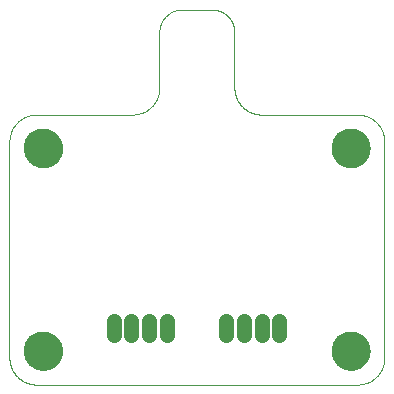
<source format=gbs>
G75*
%MOIN*%
%OFA0B0*%
%FSLAX25Y25*%
%IPPOS*%
%LPD*%
%AMOC8*
5,1,8,0,0,1.08239X$1,22.5*
%
%ADD10C,0.00000*%
%ADD11C,0.12998*%
%ADD12C,0.05156*%
D10*
X0009300Y0017556D02*
X0009300Y0089556D01*
X0009303Y0089773D01*
X0009311Y0089991D01*
X0009324Y0090208D01*
X0009342Y0090425D01*
X0009366Y0090641D01*
X0009394Y0090856D01*
X0009428Y0091071D01*
X0009468Y0091285D01*
X0009512Y0091498D01*
X0009562Y0091710D01*
X0009616Y0091920D01*
X0009676Y0092130D01*
X0009740Y0092337D01*
X0009810Y0092543D01*
X0009885Y0092747D01*
X0009964Y0092950D01*
X0010049Y0093150D01*
X0010138Y0093349D01*
X0010232Y0093545D01*
X0010331Y0093739D01*
X0010434Y0093930D01*
X0010542Y0094119D01*
X0010655Y0094305D01*
X0010772Y0094488D01*
X0010893Y0094669D01*
X0011019Y0094846D01*
X0011149Y0095020D01*
X0011283Y0095192D01*
X0011421Y0095360D01*
X0011563Y0095524D01*
X0011710Y0095685D01*
X0011860Y0095843D01*
X0012013Y0095996D01*
X0012171Y0096146D01*
X0012332Y0096293D01*
X0012496Y0096435D01*
X0012664Y0096573D01*
X0012836Y0096707D01*
X0013010Y0096837D01*
X0013187Y0096963D01*
X0013368Y0097084D01*
X0013551Y0097201D01*
X0013737Y0097314D01*
X0013926Y0097422D01*
X0014117Y0097525D01*
X0014311Y0097624D01*
X0014507Y0097718D01*
X0014706Y0097807D01*
X0014906Y0097892D01*
X0015109Y0097971D01*
X0015313Y0098046D01*
X0015519Y0098116D01*
X0015726Y0098180D01*
X0015936Y0098240D01*
X0016146Y0098294D01*
X0016358Y0098344D01*
X0016571Y0098388D01*
X0016785Y0098428D01*
X0017000Y0098462D01*
X0017215Y0098490D01*
X0017431Y0098514D01*
X0017648Y0098532D01*
X0017865Y0098545D01*
X0018083Y0098553D01*
X0018300Y0098556D01*
X0050300Y0098556D01*
X0050517Y0098559D01*
X0050735Y0098567D01*
X0050952Y0098580D01*
X0051169Y0098598D01*
X0051385Y0098622D01*
X0051600Y0098650D01*
X0051815Y0098684D01*
X0052029Y0098724D01*
X0052242Y0098768D01*
X0052454Y0098818D01*
X0052664Y0098872D01*
X0052874Y0098932D01*
X0053081Y0098996D01*
X0053287Y0099066D01*
X0053491Y0099141D01*
X0053694Y0099220D01*
X0053894Y0099305D01*
X0054093Y0099394D01*
X0054289Y0099488D01*
X0054483Y0099587D01*
X0054674Y0099690D01*
X0054863Y0099798D01*
X0055049Y0099911D01*
X0055232Y0100028D01*
X0055413Y0100149D01*
X0055590Y0100275D01*
X0055764Y0100405D01*
X0055936Y0100539D01*
X0056104Y0100677D01*
X0056268Y0100819D01*
X0056429Y0100966D01*
X0056587Y0101116D01*
X0056740Y0101269D01*
X0056890Y0101427D01*
X0057037Y0101588D01*
X0057179Y0101752D01*
X0057317Y0101920D01*
X0057451Y0102092D01*
X0057581Y0102266D01*
X0057707Y0102443D01*
X0057828Y0102624D01*
X0057945Y0102807D01*
X0058058Y0102993D01*
X0058166Y0103182D01*
X0058269Y0103373D01*
X0058368Y0103567D01*
X0058462Y0103763D01*
X0058551Y0103962D01*
X0058636Y0104162D01*
X0058715Y0104365D01*
X0058790Y0104569D01*
X0058860Y0104775D01*
X0058924Y0104982D01*
X0058984Y0105192D01*
X0059038Y0105402D01*
X0059088Y0105614D01*
X0059132Y0105827D01*
X0059172Y0106041D01*
X0059206Y0106256D01*
X0059234Y0106471D01*
X0059258Y0106687D01*
X0059276Y0106904D01*
X0059289Y0107121D01*
X0059297Y0107339D01*
X0059300Y0107556D01*
X0059300Y0126056D01*
X0059302Y0126237D01*
X0059309Y0126418D01*
X0059320Y0126599D01*
X0059335Y0126780D01*
X0059355Y0126960D01*
X0059379Y0127140D01*
X0059407Y0127319D01*
X0059440Y0127497D01*
X0059477Y0127674D01*
X0059518Y0127851D01*
X0059563Y0128026D01*
X0059613Y0128201D01*
X0059667Y0128374D01*
X0059725Y0128545D01*
X0059787Y0128716D01*
X0059854Y0128884D01*
X0059924Y0129051D01*
X0059998Y0129217D01*
X0060077Y0129380D01*
X0060159Y0129541D01*
X0060245Y0129701D01*
X0060335Y0129858D01*
X0060429Y0130013D01*
X0060526Y0130166D01*
X0060628Y0130316D01*
X0060732Y0130464D01*
X0060841Y0130610D01*
X0060952Y0130752D01*
X0061068Y0130892D01*
X0061186Y0131029D01*
X0061308Y0131164D01*
X0061433Y0131295D01*
X0061561Y0131423D01*
X0061692Y0131548D01*
X0061827Y0131670D01*
X0061964Y0131788D01*
X0062104Y0131904D01*
X0062246Y0132015D01*
X0062392Y0132124D01*
X0062540Y0132228D01*
X0062690Y0132330D01*
X0062843Y0132427D01*
X0062998Y0132521D01*
X0063155Y0132611D01*
X0063315Y0132697D01*
X0063476Y0132779D01*
X0063639Y0132858D01*
X0063805Y0132932D01*
X0063972Y0133002D01*
X0064140Y0133069D01*
X0064311Y0133131D01*
X0064482Y0133189D01*
X0064655Y0133243D01*
X0064830Y0133293D01*
X0065005Y0133338D01*
X0065182Y0133379D01*
X0065359Y0133416D01*
X0065537Y0133449D01*
X0065716Y0133477D01*
X0065896Y0133501D01*
X0066076Y0133521D01*
X0066257Y0133536D01*
X0066438Y0133547D01*
X0066619Y0133554D01*
X0066800Y0133556D01*
X0076800Y0133556D01*
X0076981Y0133554D01*
X0077162Y0133547D01*
X0077343Y0133536D01*
X0077524Y0133521D01*
X0077704Y0133501D01*
X0077884Y0133477D01*
X0078063Y0133449D01*
X0078241Y0133416D01*
X0078418Y0133379D01*
X0078595Y0133338D01*
X0078770Y0133293D01*
X0078945Y0133243D01*
X0079118Y0133189D01*
X0079289Y0133131D01*
X0079460Y0133069D01*
X0079628Y0133002D01*
X0079795Y0132932D01*
X0079961Y0132858D01*
X0080124Y0132779D01*
X0080285Y0132697D01*
X0080445Y0132611D01*
X0080602Y0132521D01*
X0080757Y0132427D01*
X0080910Y0132330D01*
X0081060Y0132228D01*
X0081208Y0132124D01*
X0081354Y0132015D01*
X0081496Y0131904D01*
X0081636Y0131788D01*
X0081773Y0131670D01*
X0081908Y0131548D01*
X0082039Y0131423D01*
X0082167Y0131295D01*
X0082292Y0131164D01*
X0082414Y0131029D01*
X0082532Y0130892D01*
X0082648Y0130752D01*
X0082759Y0130610D01*
X0082868Y0130464D01*
X0082972Y0130316D01*
X0083074Y0130166D01*
X0083171Y0130013D01*
X0083265Y0129858D01*
X0083355Y0129701D01*
X0083441Y0129541D01*
X0083523Y0129380D01*
X0083602Y0129217D01*
X0083676Y0129051D01*
X0083746Y0128884D01*
X0083813Y0128716D01*
X0083875Y0128545D01*
X0083933Y0128374D01*
X0083987Y0128201D01*
X0084037Y0128026D01*
X0084082Y0127851D01*
X0084123Y0127674D01*
X0084160Y0127497D01*
X0084193Y0127319D01*
X0084221Y0127140D01*
X0084245Y0126960D01*
X0084265Y0126780D01*
X0084280Y0126599D01*
X0084291Y0126418D01*
X0084298Y0126237D01*
X0084300Y0126056D01*
X0084300Y0107556D01*
X0084303Y0107339D01*
X0084311Y0107121D01*
X0084324Y0106904D01*
X0084342Y0106687D01*
X0084366Y0106471D01*
X0084394Y0106256D01*
X0084428Y0106041D01*
X0084468Y0105827D01*
X0084512Y0105614D01*
X0084562Y0105402D01*
X0084616Y0105192D01*
X0084676Y0104982D01*
X0084740Y0104775D01*
X0084810Y0104569D01*
X0084885Y0104365D01*
X0084964Y0104162D01*
X0085049Y0103962D01*
X0085138Y0103763D01*
X0085232Y0103567D01*
X0085331Y0103373D01*
X0085434Y0103182D01*
X0085542Y0102993D01*
X0085655Y0102807D01*
X0085772Y0102624D01*
X0085893Y0102443D01*
X0086019Y0102266D01*
X0086149Y0102092D01*
X0086283Y0101920D01*
X0086421Y0101752D01*
X0086563Y0101588D01*
X0086710Y0101427D01*
X0086860Y0101269D01*
X0087013Y0101116D01*
X0087171Y0100966D01*
X0087332Y0100819D01*
X0087496Y0100677D01*
X0087664Y0100539D01*
X0087836Y0100405D01*
X0088010Y0100275D01*
X0088187Y0100149D01*
X0088368Y0100028D01*
X0088551Y0099911D01*
X0088737Y0099798D01*
X0088926Y0099690D01*
X0089117Y0099587D01*
X0089311Y0099488D01*
X0089507Y0099394D01*
X0089706Y0099305D01*
X0089906Y0099220D01*
X0090109Y0099141D01*
X0090313Y0099066D01*
X0090519Y0098996D01*
X0090726Y0098932D01*
X0090936Y0098872D01*
X0091146Y0098818D01*
X0091358Y0098768D01*
X0091571Y0098724D01*
X0091785Y0098684D01*
X0092000Y0098650D01*
X0092215Y0098622D01*
X0092431Y0098598D01*
X0092648Y0098580D01*
X0092865Y0098567D01*
X0093083Y0098559D01*
X0093300Y0098556D01*
X0125300Y0098556D01*
X0125517Y0098553D01*
X0125735Y0098545D01*
X0125952Y0098532D01*
X0126169Y0098514D01*
X0126385Y0098490D01*
X0126600Y0098462D01*
X0126815Y0098428D01*
X0127029Y0098388D01*
X0127242Y0098344D01*
X0127454Y0098294D01*
X0127664Y0098240D01*
X0127874Y0098180D01*
X0128081Y0098116D01*
X0128287Y0098046D01*
X0128491Y0097971D01*
X0128694Y0097892D01*
X0128894Y0097807D01*
X0129093Y0097718D01*
X0129289Y0097624D01*
X0129483Y0097525D01*
X0129674Y0097422D01*
X0129863Y0097314D01*
X0130049Y0097201D01*
X0130232Y0097084D01*
X0130413Y0096963D01*
X0130590Y0096837D01*
X0130764Y0096707D01*
X0130936Y0096573D01*
X0131104Y0096435D01*
X0131268Y0096293D01*
X0131429Y0096146D01*
X0131587Y0095996D01*
X0131740Y0095843D01*
X0131890Y0095685D01*
X0132037Y0095524D01*
X0132179Y0095360D01*
X0132317Y0095192D01*
X0132451Y0095020D01*
X0132581Y0094846D01*
X0132707Y0094669D01*
X0132828Y0094488D01*
X0132945Y0094305D01*
X0133058Y0094119D01*
X0133166Y0093930D01*
X0133269Y0093739D01*
X0133368Y0093545D01*
X0133462Y0093349D01*
X0133551Y0093150D01*
X0133636Y0092950D01*
X0133715Y0092747D01*
X0133790Y0092543D01*
X0133860Y0092337D01*
X0133924Y0092130D01*
X0133984Y0091920D01*
X0134038Y0091710D01*
X0134088Y0091498D01*
X0134132Y0091285D01*
X0134172Y0091071D01*
X0134206Y0090856D01*
X0134234Y0090641D01*
X0134258Y0090425D01*
X0134276Y0090208D01*
X0134289Y0089991D01*
X0134297Y0089773D01*
X0134300Y0089556D01*
X0134300Y0017556D01*
X0134297Y0017339D01*
X0134289Y0017121D01*
X0134276Y0016904D01*
X0134258Y0016687D01*
X0134234Y0016471D01*
X0134206Y0016256D01*
X0134172Y0016041D01*
X0134132Y0015827D01*
X0134088Y0015614D01*
X0134038Y0015402D01*
X0133984Y0015192D01*
X0133924Y0014982D01*
X0133860Y0014775D01*
X0133790Y0014569D01*
X0133715Y0014365D01*
X0133636Y0014162D01*
X0133551Y0013962D01*
X0133462Y0013763D01*
X0133368Y0013567D01*
X0133269Y0013373D01*
X0133166Y0013182D01*
X0133058Y0012993D01*
X0132945Y0012807D01*
X0132828Y0012624D01*
X0132707Y0012443D01*
X0132581Y0012266D01*
X0132451Y0012092D01*
X0132317Y0011920D01*
X0132179Y0011752D01*
X0132037Y0011588D01*
X0131890Y0011427D01*
X0131740Y0011269D01*
X0131587Y0011116D01*
X0131429Y0010966D01*
X0131268Y0010819D01*
X0131104Y0010677D01*
X0130936Y0010539D01*
X0130764Y0010405D01*
X0130590Y0010275D01*
X0130413Y0010149D01*
X0130232Y0010028D01*
X0130049Y0009911D01*
X0129863Y0009798D01*
X0129674Y0009690D01*
X0129483Y0009587D01*
X0129289Y0009488D01*
X0129093Y0009394D01*
X0128894Y0009305D01*
X0128694Y0009220D01*
X0128491Y0009141D01*
X0128287Y0009066D01*
X0128081Y0008996D01*
X0127874Y0008932D01*
X0127664Y0008872D01*
X0127454Y0008818D01*
X0127242Y0008768D01*
X0127029Y0008724D01*
X0126815Y0008684D01*
X0126600Y0008650D01*
X0126385Y0008622D01*
X0126169Y0008598D01*
X0125952Y0008580D01*
X0125735Y0008567D01*
X0125517Y0008559D01*
X0125300Y0008556D01*
X0018300Y0008556D01*
X0018083Y0008559D01*
X0017865Y0008567D01*
X0017648Y0008580D01*
X0017431Y0008598D01*
X0017215Y0008622D01*
X0017000Y0008650D01*
X0016785Y0008684D01*
X0016571Y0008724D01*
X0016358Y0008768D01*
X0016146Y0008818D01*
X0015936Y0008872D01*
X0015726Y0008932D01*
X0015519Y0008996D01*
X0015313Y0009066D01*
X0015109Y0009141D01*
X0014906Y0009220D01*
X0014706Y0009305D01*
X0014507Y0009394D01*
X0014311Y0009488D01*
X0014117Y0009587D01*
X0013926Y0009690D01*
X0013737Y0009798D01*
X0013551Y0009911D01*
X0013368Y0010028D01*
X0013187Y0010149D01*
X0013010Y0010275D01*
X0012836Y0010405D01*
X0012664Y0010539D01*
X0012496Y0010677D01*
X0012332Y0010819D01*
X0012171Y0010966D01*
X0012013Y0011116D01*
X0011860Y0011269D01*
X0011710Y0011427D01*
X0011563Y0011588D01*
X0011421Y0011752D01*
X0011283Y0011920D01*
X0011149Y0012092D01*
X0011019Y0012266D01*
X0010893Y0012443D01*
X0010772Y0012624D01*
X0010655Y0012807D01*
X0010542Y0012993D01*
X0010434Y0013182D01*
X0010331Y0013373D01*
X0010232Y0013567D01*
X0010138Y0013763D01*
X0010049Y0013962D01*
X0009964Y0014162D01*
X0009885Y0014365D01*
X0009810Y0014569D01*
X0009740Y0014775D01*
X0009676Y0014982D01*
X0009616Y0015192D01*
X0009562Y0015402D01*
X0009512Y0015614D01*
X0009468Y0015827D01*
X0009428Y0016041D01*
X0009394Y0016256D01*
X0009366Y0016471D01*
X0009342Y0016687D01*
X0009324Y0016904D01*
X0009311Y0017121D01*
X0009303Y0017339D01*
X0009300Y0017556D01*
X0014251Y0019806D02*
X0014253Y0019964D01*
X0014259Y0020122D01*
X0014269Y0020280D01*
X0014283Y0020438D01*
X0014301Y0020595D01*
X0014322Y0020752D01*
X0014348Y0020908D01*
X0014378Y0021064D01*
X0014411Y0021219D01*
X0014449Y0021372D01*
X0014490Y0021525D01*
X0014535Y0021677D01*
X0014584Y0021828D01*
X0014637Y0021977D01*
X0014693Y0022125D01*
X0014753Y0022271D01*
X0014817Y0022416D01*
X0014885Y0022559D01*
X0014956Y0022701D01*
X0015030Y0022841D01*
X0015108Y0022978D01*
X0015190Y0023114D01*
X0015274Y0023248D01*
X0015363Y0023379D01*
X0015454Y0023508D01*
X0015549Y0023635D01*
X0015646Y0023760D01*
X0015747Y0023882D01*
X0015851Y0024001D01*
X0015958Y0024118D01*
X0016068Y0024232D01*
X0016181Y0024343D01*
X0016296Y0024452D01*
X0016414Y0024557D01*
X0016535Y0024659D01*
X0016658Y0024759D01*
X0016784Y0024855D01*
X0016912Y0024948D01*
X0017042Y0025038D01*
X0017175Y0025124D01*
X0017310Y0025208D01*
X0017446Y0025287D01*
X0017585Y0025364D01*
X0017726Y0025436D01*
X0017868Y0025506D01*
X0018012Y0025571D01*
X0018158Y0025633D01*
X0018305Y0025691D01*
X0018454Y0025746D01*
X0018604Y0025797D01*
X0018755Y0025844D01*
X0018907Y0025887D01*
X0019060Y0025926D01*
X0019215Y0025962D01*
X0019370Y0025993D01*
X0019526Y0026021D01*
X0019682Y0026045D01*
X0019839Y0026065D01*
X0019997Y0026081D01*
X0020154Y0026093D01*
X0020313Y0026101D01*
X0020471Y0026105D01*
X0020629Y0026105D01*
X0020787Y0026101D01*
X0020946Y0026093D01*
X0021103Y0026081D01*
X0021261Y0026065D01*
X0021418Y0026045D01*
X0021574Y0026021D01*
X0021730Y0025993D01*
X0021885Y0025962D01*
X0022040Y0025926D01*
X0022193Y0025887D01*
X0022345Y0025844D01*
X0022496Y0025797D01*
X0022646Y0025746D01*
X0022795Y0025691D01*
X0022942Y0025633D01*
X0023088Y0025571D01*
X0023232Y0025506D01*
X0023374Y0025436D01*
X0023515Y0025364D01*
X0023654Y0025287D01*
X0023790Y0025208D01*
X0023925Y0025124D01*
X0024058Y0025038D01*
X0024188Y0024948D01*
X0024316Y0024855D01*
X0024442Y0024759D01*
X0024565Y0024659D01*
X0024686Y0024557D01*
X0024804Y0024452D01*
X0024919Y0024343D01*
X0025032Y0024232D01*
X0025142Y0024118D01*
X0025249Y0024001D01*
X0025353Y0023882D01*
X0025454Y0023760D01*
X0025551Y0023635D01*
X0025646Y0023508D01*
X0025737Y0023379D01*
X0025826Y0023248D01*
X0025910Y0023114D01*
X0025992Y0022978D01*
X0026070Y0022841D01*
X0026144Y0022701D01*
X0026215Y0022559D01*
X0026283Y0022416D01*
X0026347Y0022271D01*
X0026407Y0022125D01*
X0026463Y0021977D01*
X0026516Y0021828D01*
X0026565Y0021677D01*
X0026610Y0021525D01*
X0026651Y0021372D01*
X0026689Y0021219D01*
X0026722Y0021064D01*
X0026752Y0020908D01*
X0026778Y0020752D01*
X0026799Y0020595D01*
X0026817Y0020438D01*
X0026831Y0020280D01*
X0026841Y0020122D01*
X0026847Y0019964D01*
X0026849Y0019806D01*
X0026847Y0019648D01*
X0026841Y0019490D01*
X0026831Y0019332D01*
X0026817Y0019174D01*
X0026799Y0019017D01*
X0026778Y0018860D01*
X0026752Y0018704D01*
X0026722Y0018548D01*
X0026689Y0018393D01*
X0026651Y0018240D01*
X0026610Y0018087D01*
X0026565Y0017935D01*
X0026516Y0017784D01*
X0026463Y0017635D01*
X0026407Y0017487D01*
X0026347Y0017341D01*
X0026283Y0017196D01*
X0026215Y0017053D01*
X0026144Y0016911D01*
X0026070Y0016771D01*
X0025992Y0016634D01*
X0025910Y0016498D01*
X0025826Y0016364D01*
X0025737Y0016233D01*
X0025646Y0016104D01*
X0025551Y0015977D01*
X0025454Y0015852D01*
X0025353Y0015730D01*
X0025249Y0015611D01*
X0025142Y0015494D01*
X0025032Y0015380D01*
X0024919Y0015269D01*
X0024804Y0015160D01*
X0024686Y0015055D01*
X0024565Y0014953D01*
X0024442Y0014853D01*
X0024316Y0014757D01*
X0024188Y0014664D01*
X0024058Y0014574D01*
X0023925Y0014488D01*
X0023790Y0014404D01*
X0023654Y0014325D01*
X0023515Y0014248D01*
X0023374Y0014176D01*
X0023232Y0014106D01*
X0023088Y0014041D01*
X0022942Y0013979D01*
X0022795Y0013921D01*
X0022646Y0013866D01*
X0022496Y0013815D01*
X0022345Y0013768D01*
X0022193Y0013725D01*
X0022040Y0013686D01*
X0021885Y0013650D01*
X0021730Y0013619D01*
X0021574Y0013591D01*
X0021418Y0013567D01*
X0021261Y0013547D01*
X0021103Y0013531D01*
X0020946Y0013519D01*
X0020787Y0013511D01*
X0020629Y0013507D01*
X0020471Y0013507D01*
X0020313Y0013511D01*
X0020154Y0013519D01*
X0019997Y0013531D01*
X0019839Y0013547D01*
X0019682Y0013567D01*
X0019526Y0013591D01*
X0019370Y0013619D01*
X0019215Y0013650D01*
X0019060Y0013686D01*
X0018907Y0013725D01*
X0018755Y0013768D01*
X0018604Y0013815D01*
X0018454Y0013866D01*
X0018305Y0013921D01*
X0018158Y0013979D01*
X0018012Y0014041D01*
X0017868Y0014106D01*
X0017726Y0014176D01*
X0017585Y0014248D01*
X0017446Y0014325D01*
X0017310Y0014404D01*
X0017175Y0014488D01*
X0017042Y0014574D01*
X0016912Y0014664D01*
X0016784Y0014757D01*
X0016658Y0014853D01*
X0016535Y0014953D01*
X0016414Y0015055D01*
X0016296Y0015160D01*
X0016181Y0015269D01*
X0016068Y0015380D01*
X0015958Y0015494D01*
X0015851Y0015611D01*
X0015747Y0015730D01*
X0015646Y0015852D01*
X0015549Y0015977D01*
X0015454Y0016104D01*
X0015363Y0016233D01*
X0015274Y0016364D01*
X0015190Y0016498D01*
X0015108Y0016634D01*
X0015030Y0016771D01*
X0014956Y0016911D01*
X0014885Y0017053D01*
X0014817Y0017196D01*
X0014753Y0017341D01*
X0014693Y0017487D01*
X0014637Y0017635D01*
X0014584Y0017784D01*
X0014535Y0017935D01*
X0014490Y0018087D01*
X0014449Y0018240D01*
X0014411Y0018393D01*
X0014378Y0018548D01*
X0014348Y0018704D01*
X0014322Y0018860D01*
X0014301Y0019017D01*
X0014283Y0019174D01*
X0014269Y0019332D01*
X0014259Y0019490D01*
X0014253Y0019648D01*
X0014251Y0019806D01*
X0014251Y0087306D02*
X0014253Y0087464D01*
X0014259Y0087622D01*
X0014269Y0087780D01*
X0014283Y0087938D01*
X0014301Y0088095D01*
X0014322Y0088252D01*
X0014348Y0088408D01*
X0014378Y0088564D01*
X0014411Y0088719D01*
X0014449Y0088872D01*
X0014490Y0089025D01*
X0014535Y0089177D01*
X0014584Y0089328D01*
X0014637Y0089477D01*
X0014693Y0089625D01*
X0014753Y0089771D01*
X0014817Y0089916D01*
X0014885Y0090059D01*
X0014956Y0090201D01*
X0015030Y0090341D01*
X0015108Y0090478D01*
X0015190Y0090614D01*
X0015274Y0090748D01*
X0015363Y0090879D01*
X0015454Y0091008D01*
X0015549Y0091135D01*
X0015646Y0091260D01*
X0015747Y0091382D01*
X0015851Y0091501D01*
X0015958Y0091618D01*
X0016068Y0091732D01*
X0016181Y0091843D01*
X0016296Y0091952D01*
X0016414Y0092057D01*
X0016535Y0092159D01*
X0016658Y0092259D01*
X0016784Y0092355D01*
X0016912Y0092448D01*
X0017042Y0092538D01*
X0017175Y0092624D01*
X0017310Y0092708D01*
X0017446Y0092787D01*
X0017585Y0092864D01*
X0017726Y0092936D01*
X0017868Y0093006D01*
X0018012Y0093071D01*
X0018158Y0093133D01*
X0018305Y0093191D01*
X0018454Y0093246D01*
X0018604Y0093297D01*
X0018755Y0093344D01*
X0018907Y0093387D01*
X0019060Y0093426D01*
X0019215Y0093462D01*
X0019370Y0093493D01*
X0019526Y0093521D01*
X0019682Y0093545D01*
X0019839Y0093565D01*
X0019997Y0093581D01*
X0020154Y0093593D01*
X0020313Y0093601D01*
X0020471Y0093605D01*
X0020629Y0093605D01*
X0020787Y0093601D01*
X0020946Y0093593D01*
X0021103Y0093581D01*
X0021261Y0093565D01*
X0021418Y0093545D01*
X0021574Y0093521D01*
X0021730Y0093493D01*
X0021885Y0093462D01*
X0022040Y0093426D01*
X0022193Y0093387D01*
X0022345Y0093344D01*
X0022496Y0093297D01*
X0022646Y0093246D01*
X0022795Y0093191D01*
X0022942Y0093133D01*
X0023088Y0093071D01*
X0023232Y0093006D01*
X0023374Y0092936D01*
X0023515Y0092864D01*
X0023654Y0092787D01*
X0023790Y0092708D01*
X0023925Y0092624D01*
X0024058Y0092538D01*
X0024188Y0092448D01*
X0024316Y0092355D01*
X0024442Y0092259D01*
X0024565Y0092159D01*
X0024686Y0092057D01*
X0024804Y0091952D01*
X0024919Y0091843D01*
X0025032Y0091732D01*
X0025142Y0091618D01*
X0025249Y0091501D01*
X0025353Y0091382D01*
X0025454Y0091260D01*
X0025551Y0091135D01*
X0025646Y0091008D01*
X0025737Y0090879D01*
X0025826Y0090748D01*
X0025910Y0090614D01*
X0025992Y0090478D01*
X0026070Y0090341D01*
X0026144Y0090201D01*
X0026215Y0090059D01*
X0026283Y0089916D01*
X0026347Y0089771D01*
X0026407Y0089625D01*
X0026463Y0089477D01*
X0026516Y0089328D01*
X0026565Y0089177D01*
X0026610Y0089025D01*
X0026651Y0088872D01*
X0026689Y0088719D01*
X0026722Y0088564D01*
X0026752Y0088408D01*
X0026778Y0088252D01*
X0026799Y0088095D01*
X0026817Y0087938D01*
X0026831Y0087780D01*
X0026841Y0087622D01*
X0026847Y0087464D01*
X0026849Y0087306D01*
X0026847Y0087148D01*
X0026841Y0086990D01*
X0026831Y0086832D01*
X0026817Y0086674D01*
X0026799Y0086517D01*
X0026778Y0086360D01*
X0026752Y0086204D01*
X0026722Y0086048D01*
X0026689Y0085893D01*
X0026651Y0085740D01*
X0026610Y0085587D01*
X0026565Y0085435D01*
X0026516Y0085284D01*
X0026463Y0085135D01*
X0026407Y0084987D01*
X0026347Y0084841D01*
X0026283Y0084696D01*
X0026215Y0084553D01*
X0026144Y0084411D01*
X0026070Y0084271D01*
X0025992Y0084134D01*
X0025910Y0083998D01*
X0025826Y0083864D01*
X0025737Y0083733D01*
X0025646Y0083604D01*
X0025551Y0083477D01*
X0025454Y0083352D01*
X0025353Y0083230D01*
X0025249Y0083111D01*
X0025142Y0082994D01*
X0025032Y0082880D01*
X0024919Y0082769D01*
X0024804Y0082660D01*
X0024686Y0082555D01*
X0024565Y0082453D01*
X0024442Y0082353D01*
X0024316Y0082257D01*
X0024188Y0082164D01*
X0024058Y0082074D01*
X0023925Y0081988D01*
X0023790Y0081904D01*
X0023654Y0081825D01*
X0023515Y0081748D01*
X0023374Y0081676D01*
X0023232Y0081606D01*
X0023088Y0081541D01*
X0022942Y0081479D01*
X0022795Y0081421D01*
X0022646Y0081366D01*
X0022496Y0081315D01*
X0022345Y0081268D01*
X0022193Y0081225D01*
X0022040Y0081186D01*
X0021885Y0081150D01*
X0021730Y0081119D01*
X0021574Y0081091D01*
X0021418Y0081067D01*
X0021261Y0081047D01*
X0021103Y0081031D01*
X0020946Y0081019D01*
X0020787Y0081011D01*
X0020629Y0081007D01*
X0020471Y0081007D01*
X0020313Y0081011D01*
X0020154Y0081019D01*
X0019997Y0081031D01*
X0019839Y0081047D01*
X0019682Y0081067D01*
X0019526Y0081091D01*
X0019370Y0081119D01*
X0019215Y0081150D01*
X0019060Y0081186D01*
X0018907Y0081225D01*
X0018755Y0081268D01*
X0018604Y0081315D01*
X0018454Y0081366D01*
X0018305Y0081421D01*
X0018158Y0081479D01*
X0018012Y0081541D01*
X0017868Y0081606D01*
X0017726Y0081676D01*
X0017585Y0081748D01*
X0017446Y0081825D01*
X0017310Y0081904D01*
X0017175Y0081988D01*
X0017042Y0082074D01*
X0016912Y0082164D01*
X0016784Y0082257D01*
X0016658Y0082353D01*
X0016535Y0082453D01*
X0016414Y0082555D01*
X0016296Y0082660D01*
X0016181Y0082769D01*
X0016068Y0082880D01*
X0015958Y0082994D01*
X0015851Y0083111D01*
X0015747Y0083230D01*
X0015646Y0083352D01*
X0015549Y0083477D01*
X0015454Y0083604D01*
X0015363Y0083733D01*
X0015274Y0083864D01*
X0015190Y0083998D01*
X0015108Y0084134D01*
X0015030Y0084271D01*
X0014956Y0084411D01*
X0014885Y0084553D01*
X0014817Y0084696D01*
X0014753Y0084841D01*
X0014693Y0084987D01*
X0014637Y0085135D01*
X0014584Y0085284D01*
X0014535Y0085435D01*
X0014490Y0085587D01*
X0014449Y0085740D01*
X0014411Y0085893D01*
X0014378Y0086048D01*
X0014348Y0086204D01*
X0014322Y0086360D01*
X0014301Y0086517D01*
X0014283Y0086674D01*
X0014269Y0086832D01*
X0014259Y0086990D01*
X0014253Y0087148D01*
X0014251Y0087306D01*
X0116751Y0087306D02*
X0116753Y0087464D01*
X0116759Y0087622D01*
X0116769Y0087780D01*
X0116783Y0087938D01*
X0116801Y0088095D01*
X0116822Y0088252D01*
X0116848Y0088408D01*
X0116878Y0088564D01*
X0116911Y0088719D01*
X0116949Y0088872D01*
X0116990Y0089025D01*
X0117035Y0089177D01*
X0117084Y0089328D01*
X0117137Y0089477D01*
X0117193Y0089625D01*
X0117253Y0089771D01*
X0117317Y0089916D01*
X0117385Y0090059D01*
X0117456Y0090201D01*
X0117530Y0090341D01*
X0117608Y0090478D01*
X0117690Y0090614D01*
X0117774Y0090748D01*
X0117863Y0090879D01*
X0117954Y0091008D01*
X0118049Y0091135D01*
X0118146Y0091260D01*
X0118247Y0091382D01*
X0118351Y0091501D01*
X0118458Y0091618D01*
X0118568Y0091732D01*
X0118681Y0091843D01*
X0118796Y0091952D01*
X0118914Y0092057D01*
X0119035Y0092159D01*
X0119158Y0092259D01*
X0119284Y0092355D01*
X0119412Y0092448D01*
X0119542Y0092538D01*
X0119675Y0092624D01*
X0119810Y0092708D01*
X0119946Y0092787D01*
X0120085Y0092864D01*
X0120226Y0092936D01*
X0120368Y0093006D01*
X0120512Y0093071D01*
X0120658Y0093133D01*
X0120805Y0093191D01*
X0120954Y0093246D01*
X0121104Y0093297D01*
X0121255Y0093344D01*
X0121407Y0093387D01*
X0121560Y0093426D01*
X0121715Y0093462D01*
X0121870Y0093493D01*
X0122026Y0093521D01*
X0122182Y0093545D01*
X0122339Y0093565D01*
X0122497Y0093581D01*
X0122654Y0093593D01*
X0122813Y0093601D01*
X0122971Y0093605D01*
X0123129Y0093605D01*
X0123287Y0093601D01*
X0123446Y0093593D01*
X0123603Y0093581D01*
X0123761Y0093565D01*
X0123918Y0093545D01*
X0124074Y0093521D01*
X0124230Y0093493D01*
X0124385Y0093462D01*
X0124540Y0093426D01*
X0124693Y0093387D01*
X0124845Y0093344D01*
X0124996Y0093297D01*
X0125146Y0093246D01*
X0125295Y0093191D01*
X0125442Y0093133D01*
X0125588Y0093071D01*
X0125732Y0093006D01*
X0125874Y0092936D01*
X0126015Y0092864D01*
X0126154Y0092787D01*
X0126290Y0092708D01*
X0126425Y0092624D01*
X0126558Y0092538D01*
X0126688Y0092448D01*
X0126816Y0092355D01*
X0126942Y0092259D01*
X0127065Y0092159D01*
X0127186Y0092057D01*
X0127304Y0091952D01*
X0127419Y0091843D01*
X0127532Y0091732D01*
X0127642Y0091618D01*
X0127749Y0091501D01*
X0127853Y0091382D01*
X0127954Y0091260D01*
X0128051Y0091135D01*
X0128146Y0091008D01*
X0128237Y0090879D01*
X0128326Y0090748D01*
X0128410Y0090614D01*
X0128492Y0090478D01*
X0128570Y0090341D01*
X0128644Y0090201D01*
X0128715Y0090059D01*
X0128783Y0089916D01*
X0128847Y0089771D01*
X0128907Y0089625D01*
X0128963Y0089477D01*
X0129016Y0089328D01*
X0129065Y0089177D01*
X0129110Y0089025D01*
X0129151Y0088872D01*
X0129189Y0088719D01*
X0129222Y0088564D01*
X0129252Y0088408D01*
X0129278Y0088252D01*
X0129299Y0088095D01*
X0129317Y0087938D01*
X0129331Y0087780D01*
X0129341Y0087622D01*
X0129347Y0087464D01*
X0129349Y0087306D01*
X0129347Y0087148D01*
X0129341Y0086990D01*
X0129331Y0086832D01*
X0129317Y0086674D01*
X0129299Y0086517D01*
X0129278Y0086360D01*
X0129252Y0086204D01*
X0129222Y0086048D01*
X0129189Y0085893D01*
X0129151Y0085740D01*
X0129110Y0085587D01*
X0129065Y0085435D01*
X0129016Y0085284D01*
X0128963Y0085135D01*
X0128907Y0084987D01*
X0128847Y0084841D01*
X0128783Y0084696D01*
X0128715Y0084553D01*
X0128644Y0084411D01*
X0128570Y0084271D01*
X0128492Y0084134D01*
X0128410Y0083998D01*
X0128326Y0083864D01*
X0128237Y0083733D01*
X0128146Y0083604D01*
X0128051Y0083477D01*
X0127954Y0083352D01*
X0127853Y0083230D01*
X0127749Y0083111D01*
X0127642Y0082994D01*
X0127532Y0082880D01*
X0127419Y0082769D01*
X0127304Y0082660D01*
X0127186Y0082555D01*
X0127065Y0082453D01*
X0126942Y0082353D01*
X0126816Y0082257D01*
X0126688Y0082164D01*
X0126558Y0082074D01*
X0126425Y0081988D01*
X0126290Y0081904D01*
X0126154Y0081825D01*
X0126015Y0081748D01*
X0125874Y0081676D01*
X0125732Y0081606D01*
X0125588Y0081541D01*
X0125442Y0081479D01*
X0125295Y0081421D01*
X0125146Y0081366D01*
X0124996Y0081315D01*
X0124845Y0081268D01*
X0124693Y0081225D01*
X0124540Y0081186D01*
X0124385Y0081150D01*
X0124230Y0081119D01*
X0124074Y0081091D01*
X0123918Y0081067D01*
X0123761Y0081047D01*
X0123603Y0081031D01*
X0123446Y0081019D01*
X0123287Y0081011D01*
X0123129Y0081007D01*
X0122971Y0081007D01*
X0122813Y0081011D01*
X0122654Y0081019D01*
X0122497Y0081031D01*
X0122339Y0081047D01*
X0122182Y0081067D01*
X0122026Y0081091D01*
X0121870Y0081119D01*
X0121715Y0081150D01*
X0121560Y0081186D01*
X0121407Y0081225D01*
X0121255Y0081268D01*
X0121104Y0081315D01*
X0120954Y0081366D01*
X0120805Y0081421D01*
X0120658Y0081479D01*
X0120512Y0081541D01*
X0120368Y0081606D01*
X0120226Y0081676D01*
X0120085Y0081748D01*
X0119946Y0081825D01*
X0119810Y0081904D01*
X0119675Y0081988D01*
X0119542Y0082074D01*
X0119412Y0082164D01*
X0119284Y0082257D01*
X0119158Y0082353D01*
X0119035Y0082453D01*
X0118914Y0082555D01*
X0118796Y0082660D01*
X0118681Y0082769D01*
X0118568Y0082880D01*
X0118458Y0082994D01*
X0118351Y0083111D01*
X0118247Y0083230D01*
X0118146Y0083352D01*
X0118049Y0083477D01*
X0117954Y0083604D01*
X0117863Y0083733D01*
X0117774Y0083864D01*
X0117690Y0083998D01*
X0117608Y0084134D01*
X0117530Y0084271D01*
X0117456Y0084411D01*
X0117385Y0084553D01*
X0117317Y0084696D01*
X0117253Y0084841D01*
X0117193Y0084987D01*
X0117137Y0085135D01*
X0117084Y0085284D01*
X0117035Y0085435D01*
X0116990Y0085587D01*
X0116949Y0085740D01*
X0116911Y0085893D01*
X0116878Y0086048D01*
X0116848Y0086204D01*
X0116822Y0086360D01*
X0116801Y0086517D01*
X0116783Y0086674D01*
X0116769Y0086832D01*
X0116759Y0086990D01*
X0116753Y0087148D01*
X0116751Y0087306D01*
X0116751Y0019806D02*
X0116753Y0019964D01*
X0116759Y0020122D01*
X0116769Y0020280D01*
X0116783Y0020438D01*
X0116801Y0020595D01*
X0116822Y0020752D01*
X0116848Y0020908D01*
X0116878Y0021064D01*
X0116911Y0021219D01*
X0116949Y0021372D01*
X0116990Y0021525D01*
X0117035Y0021677D01*
X0117084Y0021828D01*
X0117137Y0021977D01*
X0117193Y0022125D01*
X0117253Y0022271D01*
X0117317Y0022416D01*
X0117385Y0022559D01*
X0117456Y0022701D01*
X0117530Y0022841D01*
X0117608Y0022978D01*
X0117690Y0023114D01*
X0117774Y0023248D01*
X0117863Y0023379D01*
X0117954Y0023508D01*
X0118049Y0023635D01*
X0118146Y0023760D01*
X0118247Y0023882D01*
X0118351Y0024001D01*
X0118458Y0024118D01*
X0118568Y0024232D01*
X0118681Y0024343D01*
X0118796Y0024452D01*
X0118914Y0024557D01*
X0119035Y0024659D01*
X0119158Y0024759D01*
X0119284Y0024855D01*
X0119412Y0024948D01*
X0119542Y0025038D01*
X0119675Y0025124D01*
X0119810Y0025208D01*
X0119946Y0025287D01*
X0120085Y0025364D01*
X0120226Y0025436D01*
X0120368Y0025506D01*
X0120512Y0025571D01*
X0120658Y0025633D01*
X0120805Y0025691D01*
X0120954Y0025746D01*
X0121104Y0025797D01*
X0121255Y0025844D01*
X0121407Y0025887D01*
X0121560Y0025926D01*
X0121715Y0025962D01*
X0121870Y0025993D01*
X0122026Y0026021D01*
X0122182Y0026045D01*
X0122339Y0026065D01*
X0122497Y0026081D01*
X0122654Y0026093D01*
X0122813Y0026101D01*
X0122971Y0026105D01*
X0123129Y0026105D01*
X0123287Y0026101D01*
X0123446Y0026093D01*
X0123603Y0026081D01*
X0123761Y0026065D01*
X0123918Y0026045D01*
X0124074Y0026021D01*
X0124230Y0025993D01*
X0124385Y0025962D01*
X0124540Y0025926D01*
X0124693Y0025887D01*
X0124845Y0025844D01*
X0124996Y0025797D01*
X0125146Y0025746D01*
X0125295Y0025691D01*
X0125442Y0025633D01*
X0125588Y0025571D01*
X0125732Y0025506D01*
X0125874Y0025436D01*
X0126015Y0025364D01*
X0126154Y0025287D01*
X0126290Y0025208D01*
X0126425Y0025124D01*
X0126558Y0025038D01*
X0126688Y0024948D01*
X0126816Y0024855D01*
X0126942Y0024759D01*
X0127065Y0024659D01*
X0127186Y0024557D01*
X0127304Y0024452D01*
X0127419Y0024343D01*
X0127532Y0024232D01*
X0127642Y0024118D01*
X0127749Y0024001D01*
X0127853Y0023882D01*
X0127954Y0023760D01*
X0128051Y0023635D01*
X0128146Y0023508D01*
X0128237Y0023379D01*
X0128326Y0023248D01*
X0128410Y0023114D01*
X0128492Y0022978D01*
X0128570Y0022841D01*
X0128644Y0022701D01*
X0128715Y0022559D01*
X0128783Y0022416D01*
X0128847Y0022271D01*
X0128907Y0022125D01*
X0128963Y0021977D01*
X0129016Y0021828D01*
X0129065Y0021677D01*
X0129110Y0021525D01*
X0129151Y0021372D01*
X0129189Y0021219D01*
X0129222Y0021064D01*
X0129252Y0020908D01*
X0129278Y0020752D01*
X0129299Y0020595D01*
X0129317Y0020438D01*
X0129331Y0020280D01*
X0129341Y0020122D01*
X0129347Y0019964D01*
X0129349Y0019806D01*
X0129347Y0019648D01*
X0129341Y0019490D01*
X0129331Y0019332D01*
X0129317Y0019174D01*
X0129299Y0019017D01*
X0129278Y0018860D01*
X0129252Y0018704D01*
X0129222Y0018548D01*
X0129189Y0018393D01*
X0129151Y0018240D01*
X0129110Y0018087D01*
X0129065Y0017935D01*
X0129016Y0017784D01*
X0128963Y0017635D01*
X0128907Y0017487D01*
X0128847Y0017341D01*
X0128783Y0017196D01*
X0128715Y0017053D01*
X0128644Y0016911D01*
X0128570Y0016771D01*
X0128492Y0016634D01*
X0128410Y0016498D01*
X0128326Y0016364D01*
X0128237Y0016233D01*
X0128146Y0016104D01*
X0128051Y0015977D01*
X0127954Y0015852D01*
X0127853Y0015730D01*
X0127749Y0015611D01*
X0127642Y0015494D01*
X0127532Y0015380D01*
X0127419Y0015269D01*
X0127304Y0015160D01*
X0127186Y0015055D01*
X0127065Y0014953D01*
X0126942Y0014853D01*
X0126816Y0014757D01*
X0126688Y0014664D01*
X0126558Y0014574D01*
X0126425Y0014488D01*
X0126290Y0014404D01*
X0126154Y0014325D01*
X0126015Y0014248D01*
X0125874Y0014176D01*
X0125732Y0014106D01*
X0125588Y0014041D01*
X0125442Y0013979D01*
X0125295Y0013921D01*
X0125146Y0013866D01*
X0124996Y0013815D01*
X0124845Y0013768D01*
X0124693Y0013725D01*
X0124540Y0013686D01*
X0124385Y0013650D01*
X0124230Y0013619D01*
X0124074Y0013591D01*
X0123918Y0013567D01*
X0123761Y0013547D01*
X0123603Y0013531D01*
X0123446Y0013519D01*
X0123287Y0013511D01*
X0123129Y0013507D01*
X0122971Y0013507D01*
X0122813Y0013511D01*
X0122654Y0013519D01*
X0122497Y0013531D01*
X0122339Y0013547D01*
X0122182Y0013567D01*
X0122026Y0013591D01*
X0121870Y0013619D01*
X0121715Y0013650D01*
X0121560Y0013686D01*
X0121407Y0013725D01*
X0121255Y0013768D01*
X0121104Y0013815D01*
X0120954Y0013866D01*
X0120805Y0013921D01*
X0120658Y0013979D01*
X0120512Y0014041D01*
X0120368Y0014106D01*
X0120226Y0014176D01*
X0120085Y0014248D01*
X0119946Y0014325D01*
X0119810Y0014404D01*
X0119675Y0014488D01*
X0119542Y0014574D01*
X0119412Y0014664D01*
X0119284Y0014757D01*
X0119158Y0014853D01*
X0119035Y0014953D01*
X0118914Y0015055D01*
X0118796Y0015160D01*
X0118681Y0015269D01*
X0118568Y0015380D01*
X0118458Y0015494D01*
X0118351Y0015611D01*
X0118247Y0015730D01*
X0118146Y0015852D01*
X0118049Y0015977D01*
X0117954Y0016104D01*
X0117863Y0016233D01*
X0117774Y0016364D01*
X0117690Y0016498D01*
X0117608Y0016634D01*
X0117530Y0016771D01*
X0117456Y0016911D01*
X0117385Y0017053D01*
X0117317Y0017196D01*
X0117253Y0017341D01*
X0117193Y0017487D01*
X0117137Y0017635D01*
X0117084Y0017784D01*
X0117035Y0017935D01*
X0116990Y0018087D01*
X0116949Y0018240D01*
X0116911Y0018393D01*
X0116878Y0018548D01*
X0116848Y0018704D01*
X0116822Y0018860D01*
X0116801Y0019017D01*
X0116783Y0019174D01*
X0116769Y0019332D01*
X0116759Y0019490D01*
X0116753Y0019648D01*
X0116751Y0019806D01*
D11*
X0123050Y0019806D03*
X0123050Y0087306D03*
X0020550Y0087306D03*
X0020550Y0019806D03*
D12*
X0044083Y0025007D02*
X0044083Y0029763D01*
X0049989Y0029763D02*
X0049989Y0025007D01*
X0055894Y0025007D02*
X0055894Y0029763D01*
X0061800Y0029763D02*
X0061800Y0025007D01*
X0081583Y0025007D02*
X0081583Y0029763D01*
X0087489Y0029763D02*
X0087489Y0025007D01*
X0093394Y0025007D02*
X0093394Y0029763D01*
X0099300Y0029763D02*
X0099300Y0025007D01*
M02*

</source>
